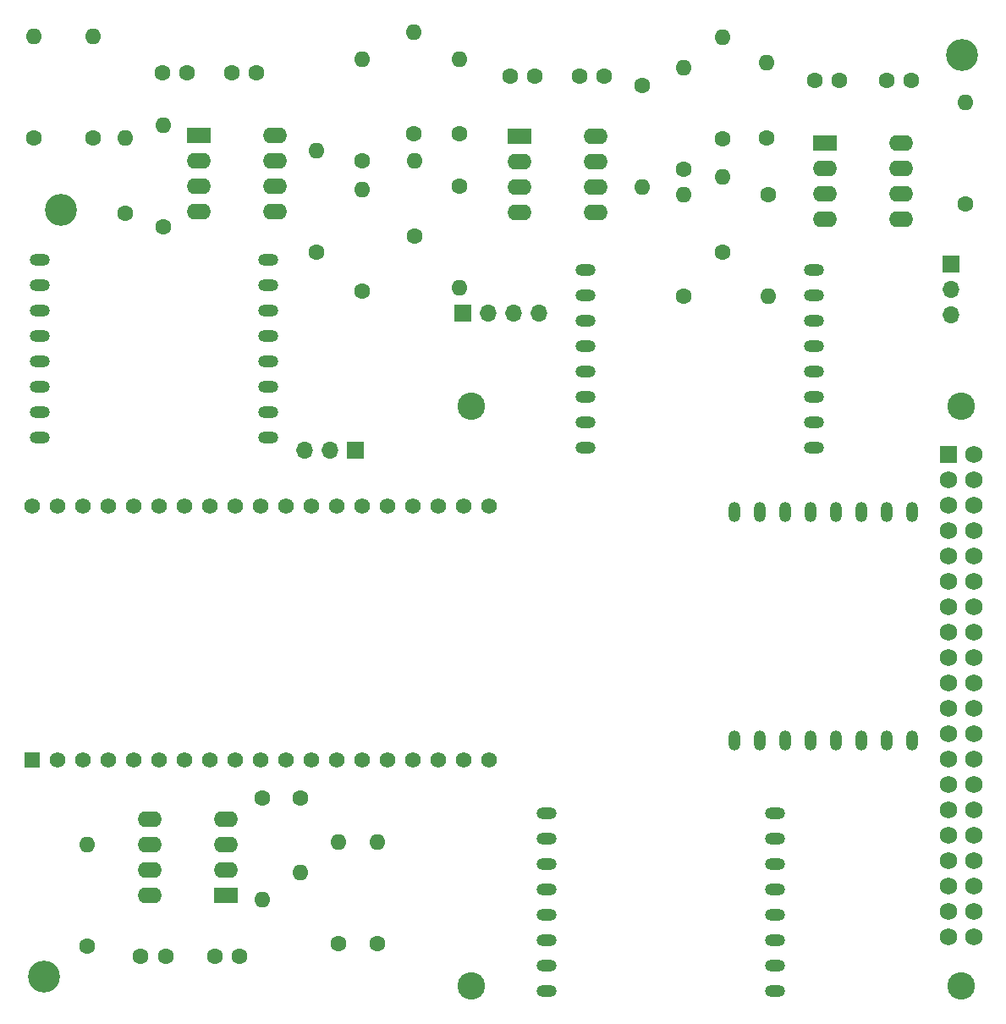
<source format=gbr>
%TF.GenerationSoftware,KiCad,Pcbnew,(5.1.8)-1*%
%TF.CreationDate,2021-04-19T22:21:18+02:00*%
%TF.ProjectId,Adapterboard,41646170-7465-4726-926f-6172642e6b69,rev?*%
%TF.SameCoordinates,Original*%
%TF.FileFunction,Soldermask,Top*%
%TF.FilePolarity,Negative*%
%FSLAX46Y46*%
G04 Gerber Fmt 4.6, Leading zero omitted, Abs format (unit mm)*
G04 Created by KiCad (PCBNEW (5.1.8)-1) date 2021-04-19 22:21:18*
%MOMM*%
%LPD*%
G01*
G04 APERTURE LIST*
%ADD10C,2.750000*%
%ADD11C,1.750000*%
%ADD12R,1.750000X1.750000*%
%ADD13C,3.200000*%
%ADD14O,1.200000X2.000000*%
%ADD15O,2.000000X1.200000*%
%ADD16O,2.400000X1.600000*%
%ADD17R,2.400000X1.600000*%
%ADD18C,1.600000*%
%ADD19O,1.700000X1.700000*%
%ADD20R,1.700000X1.700000*%
%ADD21O,1.600000X1.600000*%
%ADD22C,1.560000*%
%ADD23R,1.560000X1.560000*%
G04 APERTURE END LIST*
D10*
%TO.C,J101*%
X71962420Y-122184980D03*
X71962420Y-64184980D03*
X120962420Y-122184980D03*
X120962420Y-64184980D03*
D11*
X119692420Y-117314980D03*
X122232420Y-117314980D03*
X119692420Y-114774980D03*
X122232420Y-114774980D03*
X119692420Y-112234980D03*
X122232420Y-112234980D03*
X119692420Y-109694980D03*
X122232420Y-109694980D03*
X119692420Y-107154980D03*
X122232420Y-107154980D03*
X122232420Y-99534980D03*
X119692420Y-99534980D03*
X122232420Y-94454980D03*
X119692420Y-94454980D03*
X122232420Y-91914980D03*
X119692420Y-91914980D03*
X122232420Y-89374980D03*
X119692420Y-89374980D03*
X122232420Y-86834980D03*
X119692420Y-86834980D03*
X122232420Y-84294980D03*
X119692420Y-84294980D03*
X122232420Y-81754980D03*
X119692420Y-81754980D03*
X122232420Y-79214980D03*
X119692420Y-79214980D03*
X122232420Y-76674980D03*
X119692420Y-76674980D03*
X122232420Y-74134980D03*
X119692420Y-74134980D03*
X122232420Y-71594980D03*
X119692420Y-71594980D03*
X122232420Y-69054980D03*
D12*
X119692420Y-69054980D03*
D11*
X119692420Y-96994980D03*
X122232420Y-96994980D03*
X122232420Y-104614980D03*
X119692420Y-104614980D03*
X122232420Y-102074980D03*
X119692420Y-102074980D03*
%TD*%
D13*
%TO.C,H103*%
X29210000Y-121221500D03*
%TD*%
%TO.C,H102*%
X121094500Y-29083000D03*
%TD*%
%TO.C,H101*%
X30924500Y-44577000D03*
%TD*%
D14*
%TO.C,Socket3*%
X98298000Y-74739500D03*
X98298000Y-97599500D03*
X100838000Y-74739500D03*
X100838000Y-97599500D03*
X103378000Y-74739500D03*
X103378000Y-97599500D03*
X105918000Y-74739500D03*
X105918000Y-97599500D03*
X108458000Y-74739500D03*
X108458000Y-97599500D03*
X110998000Y-74739500D03*
X110998000Y-97599500D03*
X113538000Y-74739500D03*
X113538000Y-97599500D03*
X116078000Y-74739500D03*
X116078000Y-97599500D03*
%TD*%
D15*
%TO.C,Socket1*%
X28808680Y-67310000D03*
X51668680Y-67310000D03*
X28808680Y-64770000D03*
X51668680Y-64770000D03*
X28808680Y-62230000D03*
X51668680Y-62230000D03*
X28808680Y-59690000D03*
X51668680Y-59690000D03*
X28808680Y-57150000D03*
X51668680Y-57150000D03*
X28808680Y-54610000D03*
X51668680Y-54610000D03*
X28808680Y-52070000D03*
X51668680Y-52070000D03*
X28808680Y-49530000D03*
X51668680Y-49530000D03*
%TD*%
D16*
%TO.C,U101*%
X52324000Y-37084000D03*
X44704000Y-44704000D03*
X52324000Y-39624000D03*
X44704000Y-42164000D03*
X52324000Y-42164000D03*
X44704000Y-39624000D03*
X52324000Y-44704000D03*
D17*
X44704000Y-37084000D03*
%TD*%
D18*
%TO.C,C114*%
X113532280Y-31597600D03*
X116032280Y-31597600D03*
%TD*%
%TO.C,C113*%
X41402640Y-119263160D03*
X38902640Y-119263160D03*
%TD*%
%TO.C,C110*%
X106328840Y-31597600D03*
X108828840Y-31597600D03*
%TD*%
%TO.C,C109*%
X48804000Y-119263160D03*
X46304000Y-119263160D03*
%TD*%
%TO.C,C107*%
X82800820Y-31183580D03*
X85300820Y-31183580D03*
%TD*%
%TO.C,C106*%
X47997740Y-30792420D03*
X50497740Y-30792420D03*
%TD*%
%TO.C,C103*%
X75843760Y-31158180D03*
X78343760Y-31158180D03*
%TD*%
%TO.C,C101*%
X41045760Y-30792420D03*
X43545760Y-30792420D03*
%TD*%
D19*
%TO.C,J104*%
X78740000Y-54864000D03*
X76200000Y-54864000D03*
X73660000Y-54864000D03*
D20*
X71120000Y-54864000D03*
%TD*%
D16*
%TO.C,U105*%
X114942125Y-37888100D03*
X107322125Y-45508100D03*
X114942125Y-40428100D03*
X107322125Y-42968100D03*
X114942125Y-42968100D03*
X107322125Y-40428100D03*
X114942125Y-45508100D03*
D17*
X107322125Y-37888100D03*
%TD*%
D16*
%TO.C,U104*%
X39827200Y-113126520D03*
X47447200Y-105506520D03*
X39827200Y-110586520D03*
X47447200Y-108046520D03*
X39827200Y-108046520D03*
X47447200Y-110586520D03*
X39827200Y-105506520D03*
D17*
X47447200Y-113126520D03*
%TD*%
D16*
%TO.C,U102*%
X84391500Y-37200840D03*
X76771500Y-44820840D03*
X84391500Y-39740840D03*
X76771500Y-42280840D03*
X84391500Y-42280840D03*
X76771500Y-39740840D03*
X84391500Y-44820840D03*
D17*
X76771500Y-37200840D03*
%TD*%
D15*
%TO.C,Socket4*%
X102362000Y-104902000D03*
X79502000Y-104902000D03*
X102362000Y-107442000D03*
X79502000Y-107442000D03*
X102362000Y-109982000D03*
X79502000Y-109982000D03*
X102362000Y-112522000D03*
X79502000Y-112522000D03*
X102362000Y-115062000D03*
X79502000Y-115062000D03*
X102362000Y-117602000D03*
X79502000Y-117602000D03*
X102362000Y-120142000D03*
X79502000Y-120142000D03*
X102362000Y-122682000D03*
X79502000Y-122682000D03*
%TD*%
%TO.C,Socket2*%
X83439000Y-68326000D03*
X106299000Y-68326000D03*
X83439000Y-65786000D03*
X106299000Y-65786000D03*
X83439000Y-63246000D03*
X106299000Y-63246000D03*
X83439000Y-60706000D03*
X106299000Y-60706000D03*
X83439000Y-58166000D03*
X106299000Y-58166000D03*
X83439000Y-55626000D03*
X106299000Y-55626000D03*
X83439000Y-53086000D03*
X106299000Y-53086000D03*
X83439000Y-50546000D03*
X106299000Y-50546000D03*
%TD*%
D21*
%TO.C,R118*%
X121412000Y-33782000D03*
D18*
X121412000Y-43942000D03*
%TD*%
D21*
%TO.C,R117*%
X33563560Y-108064300D03*
D18*
X33563560Y-118224300D03*
%TD*%
D21*
%TO.C,R116*%
X93210380Y-43058080D03*
D18*
X93210380Y-53218080D03*
%TD*%
D21*
%TO.C,R115*%
X51054000Y-113538000D03*
D18*
X51054000Y-103378000D03*
%TD*%
D21*
%TO.C,R114*%
X97094040Y-27251660D03*
D18*
X97094040Y-37411660D03*
%TD*%
D21*
%TO.C,R113*%
X101691440Y-53190140D03*
D18*
X101691440Y-43030140D03*
%TD*%
D21*
%TO.C,R112*%
X62570360Y-107774740D03*
D18*
X62570360Y-117934740D03*
%TD*%
D21*
%TO.C,R111*%
X58679080Y-107774740D03*
D18*
X58679080Y-117934740D03*
%TD*%
D21*
%TO.C,R110*%
X93212920Y-30292040D03*
D18*
X93212920Y-40452040D03*
%TD*%
D21*
%TO.C,R109*%
X89075260Y-42301160D03*
D18*
X89075260Y-32141160D03*
%TD*%
D21*
%TO.C,R108*%
X56507380Y-38613080D03*
D18*
X56507380Y-48773080D03*
%TD*%
D21*
%TO.C,R107*%
X61059060Y-42560240D03*
D18*
X61059060Y-52720240D03*
%TD*%
D21*
%TO.C,R106*%
X41148000Y-36068000D03*
D18*
X41148000Y-46228000D03*
%TD*%
D21*
%TO.C,R105*%
X61026040Y-29479240D03*
D18*
X61026040Y-39639240D03*
%TD*%
D21*
%TO.C,R104*%
X70774560Y-52354480D03*
D18*
X70774560Y-42194480D03*
%TD*%
D21*
%TO.C,R103*%
X66248280Y-26791920D03*
D18*
X66248280Y-36951920D03*
%TD*%
D21*
%TO.C,R102*%
X28209240Y-27160220D03*
D18*
X28209240Y-37320220D03*
%TD*%
D21*
%TO.C,R101*%
X34104580Y-27155140D03*
D18*
X34104580Y-37315140D03*
%TD*%
D19*
%TO.C,J103*%
X55268000Y-68580000D03*
X57808000Y-68580000D03*
D20*
X60348000Y-68580000D03*
%TD*%
D19*
%TO.C,J102*%
X120000000Y-55080000D03*
X120000000Y-52540000D03*
D20*
X120000000Y-50000000D03*
%TD*%
D21*
%TO.C,C112*%
X97155000Y-41255300D03*
D18*
X97155000Y-48755300D03*
%TD*%
D21*
%TO.C,C111*%
X54864000Y-110878000D03*
D18*
X54864000Y-103378000D03*
%TD*%
D21*
%TO.C,C108*%
X101554280Y-29832920D03*
D18*
X101554280Y-37332920D03*
%TD*%
D21*
%TO.C,C105*%
X66281300Y-39657640D03*
D18*
X66281300Y-47157640D03*
%TD*%
D21*
%TO.C,C104*%
X37350700Y-37369100D03*
D18*
X37350700Y-44869100D03*
%TD*%
D21*
%TO.C,C102*%
X70797420Y-29441760D03*
D18*
X70797420Y-36941760D03*
%TD*%
D22*
%TO.C,U103*%
X73712000Y-74168000D03*
X71172000Y-74168000D03*
X68632000Y-74168000D03*
X66092000Y-74168000D03*
X63552000Y-74168000D03*
X61012000Y-74168000D03*
X58472000Y-74168000D03*
X55932000Y-74168000D03*
X53392000Y-74168000D03*
X50852000Y-74168000D03*
X48312000Y-74168000D03*
X45772000Y-74168000D03*
X43232000Y-74168000D03*
X40692000Y-74168000D03*
X38152000Y-74168000D03*
X35612000Y-74168000D03*
X33072000Y-74168000D03*
X30532000Y-74168000D03*
X27992000Y-74168000D03*
X71172000Y-99568000D03*
X68632000Y-99568000D03*
X66092000Y-99568000D03*
X63552000Y-99568000D03*
X61012000Y-99568000D03*
X58472000Y-99568000D03*
X55932000Y-99568000D03*
X53392000Y-99568000D03*
X50852000Y-99568000D03*
X48312000Y-99568000D03*
X45772000Y-99568000D03*
X43232000Y-99568000D03*
X40692000Y-99568000D03*
X38152000Y-99568000D03*
X35612000Y-99568000D03*
X33072000Y-99568000D03*
X73712000Y-99568000D03*
X30532000Y-99568000D03*
D23*
X27992000Y-99568000D03*
%TD*%
M02*

</source>
